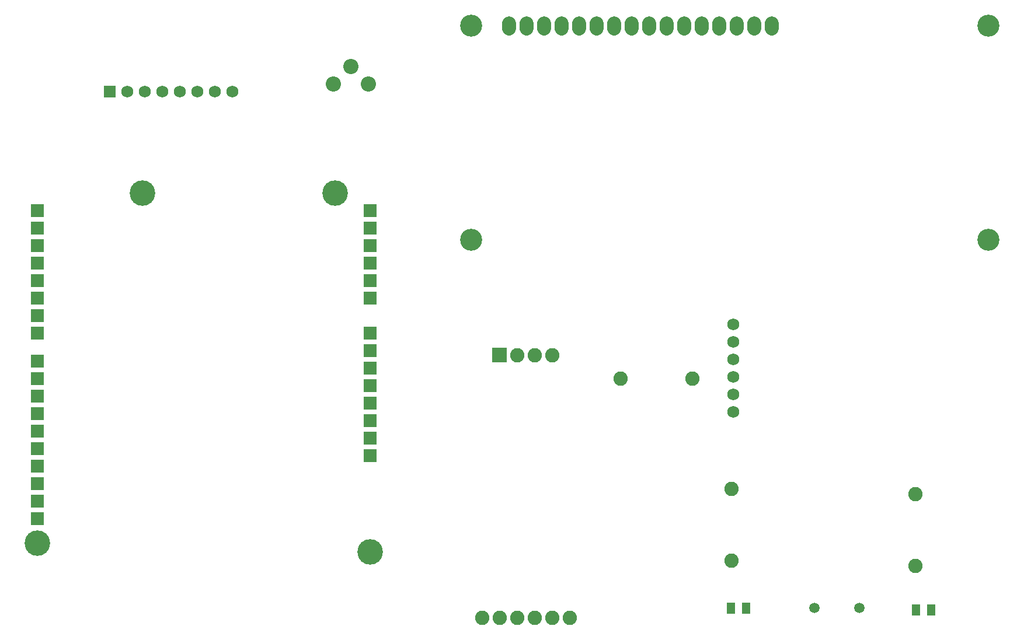
<source format=gts>
G04 Layer: TopSolderMaskLayer*
G04 EasyEDA v6.4.7, 2021-01-23T14:16:31+05:30*
G04 c51e990780d247319b14f838fd0acc24,02e763260c664b4eba746f00e1d76479,10*
G04 Gerber Generator version 0.2*
G04 Scale: 100 percent, Rotated: No, Reflected: No *
G04 Dimensions in millimeters *
G04 leading zeros omitted , absolute positions ,3 integer and 3 decimal *
%FSLAX33Y33*%
%MOMM*%
G90*
D02*

%ADD28C,2.003196*%
%ADD29R,1.879600X1.879600*%
%ADD30C,3.703193*%
%ADD32C,2.082800*%
%ADD34C,2.203196*%
%ADD35C,1.727200*%
%ADD36C,3.203194*%
%ADD37C,1.503680*%

%LPD*%
G54D28*
G01X74999Y95138D02*
G01X74999Y94338D01*
G01X77539Y95138D02*
G01X77539Y94338D01*
G01X80079Y95138D02*
G01X80079Y94338D01*
G01X82619Y95138D02*
G01X82619Y94338D01*
G01X85159Y95138D02*
G01X85159Y94338D01*
G01X87699Y95138D02*
G01X87699Y94338D01*
G01X90239Y95138D02*
G01X90239Y94338D01*
G01X92779Y95138D02*
G01X92779Y94338D01*
G01X95319Y95138D02*
G01X95319Y94338D01*
G01X97859Y95138D02*
G01X97859Y94338D01*
G01X100399Y95138D02*
G01X100399Y94338D01*
G01X102939Y95138D02*
G01X102939Y94338D01*
G01X105479Y95138D02*
G01X105479Y94338D01*
G01X108019Y95138D02*
G01X108019Y94338D01*
G01X110559Y95138D02*
G01X110559Y94338D01*
G01X113099Y95138D02*
G01X113099Y94338D01*
G54D29*
G01X6542Y57774D03*
G01X54802Y55234D03*
G01X6542Y60314D03*
G01X6542Y62854D03*
G01X6542Y65394D03*
G01X6542Y67934D03*
G01X6542Y55234D03*
G01X6542Y52694D03*
G01X6542Y50154D03*
G01X6542Y46090D03*
G01X6542Y43550D03*
G01X6542Y41010D03*
G01X6542Y38470D03*
G01X6542Y35930D03*
G01X6542Y33390D03*
G01X6542Y30850D03*
G01X6542Y28310D03*
G01X54802Y57774D03*
G01X54802Y60314D03*
G01X54802Y62854D03*
G01X54802Y65394D03*
G01X54802Y67934D03*
G01X54802Y50154D03*
G01X54802Y47614D03*
G01X54802Y45074D03*
G01X54802Y42534D03*
G01X54802Y39994D03*
G01X54802Y37454D03*
G01X6542Y25770D03*
G01X6542Y23230D03*
G01X54802Y34914D03*
G01X54802Y32374D03*
G54D30*
G01X6542Y19674D03*
G01X54802Y18404D03*
G01X49722Y70474D03*
G01X21782Y70474D03*
G36*
G01X72557Y45938D02*
G01X72557Y48021D01*
G01X74640Y48021D01*
G01X74640Y45938D01*
G01X72557Y45938D01*
G37*
G54D32*
G01X76138Y46979D03*
G01X78678Y46979D03*
G01X81218Y46979D03*
G01X71058Y8879D03*
G01X73598Y8879D03*
G01X76138Y8879D03*
G01X78678Y8879D03*
G01X81218Y8879D03*
G01X83758Y8879D03*
G36*
G01X135564Y9220D02*
G01X135564Y10825D01*
G01X136768Y10825D01*
G01X136768Y9220D01*
G01X135564Y9220D01*
G37*
G36*
G01X133365Y9220D02*
G01X133365Y10825D01*
G01X134569Y10825D01*
G01X134569Y9220D01*
G01X133365Y9220D01*
G37*
G36*
G01X108767Y9474D02*
G01X108767Y11079D01*
G01X109971Y11079D01*
G01X109971Y9474D01*
G01X108767Y9474D01*
G37*
G36*
G01X106568Y9474D02*
G01X106568Y11079D01*
G01X107772Y11079D01*
G01X107772Y9474D01*
G01X106568Y9474D01*
G37*
G54D34*
G01X49468Y86349D03*
G01X52008Y88889D03*
G01X54548Y86349D03*
G54D35*
G01X107507Y51424D03*
G01X107507Y48884D03*
G01X107507Y46344D03*
G01X107507Y43804D03*
G01X107507Y41264D03*
G01X107507Y38724D03*
G54D32*
G01X91132Y43550D03*
G01X101531Y43550D03*
G01X133923Y16380D03*
G01X133923Y26779D03*
G01X107253Y17142D03*
G01X107253Y27541D03*
G54D36*
G01X69500Y94738D03*
G01X69500Y63737D03*
G01X144499Y63737D03*
G01X144499Y94738D03*
G54D37*
G01X119242Y10276D03*
G01X125745Y10276D03*
G54D35*
G01X34863Y85206D03*
G01X32323Y85206D03*
G01X29783Y85206D03*
G01X27243Y85206D03*
G01X24703Y85206D03*
G01X22163Y85206D03*
G01X19623Y85206D03*
G36*
G01X16220Y84343D02*
G01X16220Y86070D01*
G01X17947Y86070D01*
G01X17947Y84343D01*
G01X16220Y84343D01*
G37*
M00*
M02*

</source>
